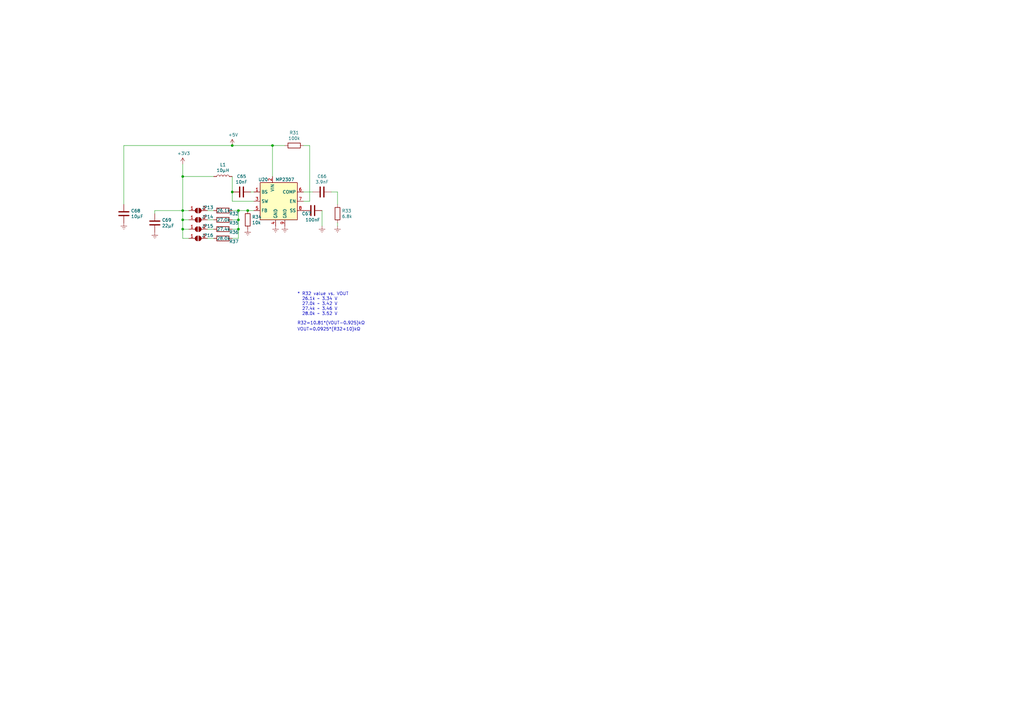
<source format=kicad_sch>
(kicad_sch (version 20230121) (generator eeschema)
  (paper "A3")
  (title_block (title "Z3660 by sHaNsHe (Double H Tech)") (date "2024-10-04") (rev "v0.22") (comment 1 "v0.21d Changed fan header to right angle and three pins") (comment 2 "v0.21e no changes in schematics") (comment 3 "v0.22 Add CPLD programing PCF8574"))
  (lib_symbols
    (symbol "Device:C" (pin_numbers hide) (pin_names (offset 0.254))
      (property "Reference" "C" (at 0.635 2.54 0))
      (property "Value" "C" (at 0.635 -2.54 0))
      (symbol "C_0_1"
        (polyline (pts (xy -2.032 -0.762) (xy 2.032 -0.762)) (stroke (width 0.508)))
        (polyline (pts (xy -2.032 0.762) (xy 2.032 0.762)) (stroke (width 0.508)))
      )
      (symbol "C_1_1"
        (pin passive line (at 0 3.81 270) (length 2.794) (name "~") (number "1"))
        (pin passive line (at 0 -3.81 90) (length 2.794) (name "~") (number "2"))
      )
    )
    (symbol "Device:L" (pin_numbers hide) (pin_names (offset 1.016) hide)
      (property "Reference" "L" (at -1.27 0 90))
      (property "Value" "L" (at 1.905 0 90))
      (symbol "L_0_1"
        (arc (start 0 -2.54) (mid 0.6323 -1.905) (end 0 -1.27))
        (arc (start 0 -1.27) (mid 0.6323 -0.635) (end 0 0))
        (arc (start 0 0) (mid 0.6323 0.635) (end 0 1.27))
        (arc (start 0 1.27) (mid 0.6323 1.905) (end 0 2.54))
      )
      (symbol "L_1_1"
        (pin passive line (at 0 3.81 270) (length 1.27) (name "1") (number "1"))
        (pin passive line (at 0 -3.81 90) (length 1.27) (name "2") (number "2"))
      )
    )
    (symbol "Device:R" (pin_numbers hide) (pin_names (offset 0))
      (property "Reference" "R" (at 2.032 0 90))
      (property "Value" "R" (at 0 0 90))
      (symbol "R_0_1"
        (rectangle (start -1.016 -2.54) (end 1.016 2.54) (stroke (width 0.254)))
      )
      (symbol "R_1_1"
        (pin passive line (at 0 3.81 270) (length 1.27) (name "~") (number "1"))
        (pin passive line (at 0 -3.81 90) (length 1.27) (name "~") (number "2"))
      )
    )
    (symbol "Jumper:SolderJumper_2_Open" (pin_names (offset 0) hide)
      (property "Reference" "JP" (at 0 2.032 0))
      (property "Value" "SolderJumper_2_Open" (at 0 -2.54 0))
      (symbol "SolderJumper_2_Open_0_1"
        (arc (start -0.254 1.016) (mid -1.2656 0) (end -0.254 -1.016))
        (arc (start -0.254 1.016) (mid -1.2656 0) (end -0.254 -1.016) (fill (type outline)))
        (polyline (pts (xy -0.254 1.016) (xy -0.254 -1.016)))
        (polyline (pts (xy 0.254 1.016) (xy 0.254 -1.016)))
        (arc (start 0.254 -1.016) (mid 1.2656 0) (end 0.254 1.016))
        (arc (start 0.254 -1.016) (mid 1.2656 0) (end 0.254 1.016) (fill (type outline)))
      )
      (symbol "SolderJumper_2_Open_1_1"
        (pin passive line (at -3.81 0 0) (length 2.54) (name "A") (number "1"))
        (pin passive line (at 3.81 0 180) (length 2.54) (name "B") (number "2"))
      )
    )
    (symbol "power:+3V3" (power) (pin_names (offset 0))
      (property "Value" "+3V3" (at 0 3.556 0))
      (symbol "+3V3_0_1"
        (polyline (pts (xy -0.762 1.27) (xy 0 2.54)))
        (polyline (pts (xy 0 0) (xy 0 2.54)))
        (polyline (pts (xy 0 2.54) (xy 0.762 1.27)))
      )
      (symbol "+3V3_1_1"
        (pin power_in line (at 0 0 90) (length 0) hide (name "+3V3") (number "1"))
      )
    )
    (symbol "power:+5V" (power) (pin_names (offset 0))
      (property "Value" "+5V" (at 0 3.556 0))
      (symbol "+5V_0_1"
        (polyline (pts (xy -0.762 1.27) (xy 0 2.54)))
        (polyline (pts (xy 0 0) (xy 0 2.54)))
        (polyline (pts (xy 0 2.54) (xy 0.762 1.27)))
      )
      (symbol "+5V_1_1"
        (pin power_in line (at 0 0 90) (length 0) hide (name "+5V") (number "1"))
      )
    )
    (symbol "power:Earth" (power) (pin_names (offset 0))
      (symbol "Earth_0_1"
        (polyline (pts (xy -0.635 -1.905) (xy 0.635 -1.905)))
        (polyline (pts (xy -0.127 -2.54) (xy 0.127 -2.54)))
        (polyline (pts (xy 0 -1.27) (xy 0 0)))
        (polyline (pts (xy 1.27 -1.27) (xy -1.27 -1.27)))
      )
      (symbol "Earth_1_1"
        (pin power_in line (at 0 0 270) (length 0) hide (name "Earth") (number "1"))
      )
    )
    (symbol "uVRM-MP2307-rescue:MP2307-uVRM-MP2307"
      (property "Reference" "U" (at -6.35 8.89 0))
      (property "Value" "uVRM-MP2307_MP2307" (at 3.81 8.89 0))
      (symbol "MP2307-uVRM-MP2307_0_0"
        (pin power_in line (at 2.54 -10.16 90) (length 2.54) (name "GND") (number "9"))
      )
      (symbol "MP2307-uVRM-MP2307_0_1"
        (rectangle (start -7.62 7.62) (end 7.62 -7.62) (stroke (width 0.254)) (fill (type background)))
      )
      (symbol "MP2307-uVRM-MP2307_1_1"
        (pin input line (at -10.16 3.81 0) (length 2.54) (name "BS") (number "1"))
        (pin power_in line (at -2.54 10.16 270) (length 2.54) (name "VIN") (number "2"))
        (pin power_out line (at -10.16 0 0) (length 2.54) (name "SW") (number "3"))
        (pin power_in line (at -1.27 -10.16 90) (length 2.54) (name "GND") (number "4"))
        (pin input line (at -10.16 -3.81 0) (length 2.54) (name "FB") (number "5"))
        (pin power_in line (at 10.16 3.81 180) (length 2.54) (name "COMP") (number "6"))
        (pin input line (at 10.16 0 180) (length 2.54) (name "EN") (number "7"))
        (pin passive line (at 10.16 -3.81 180) (length 2.54) (name "SS") (number "8"))
      )
    )
  )
  (junction (at 111.76 59.69))
  (junction (at 95.25 59.69))
  (junction (at 74.93 86.36))
  (junction (at 97.79 90.17))
  (junction (at 97.79 93.98))
  (junction (at 74.93 93.98))
  (junction (at 97.79 86.36))
  (junction (at 74.93 72.39))
  (junction (at 101.6 86.36))
  (junction (at 74.93 90.17))
  (junction (at 95.25 78.74))
  (wire (pts (xy 124.46 59.69) (xy 127 59.69)))
  (wire (pts (xy 95.25 59.69) (xy 50.8 59.69)))
  (wire (pts (xy 85.09 86.36) (xy 87.63 86.36)))
  (wire (pts (xy 135.89 78.74) (xy 138.43 78.74)))
  (wire (pts (xy 97.79 97.79) (xy 97.79 93.98)))
  (wire (pts (xy 74.93 97.79) (xy 74.93 93.98)))
  (wire (pts (xy 138.43 78.74) (xy 138.43 83.82)))
  (wire (pts (xy 95.25 78.74) (xy 95.25 72.39)))
  (wire (pts (xy 77.47 93.98) (xy 74.93 93.98)))
  (wire (pts (xy 74.93 67.31) (xy 74.93 72.39)))
  (wire (pts (xy 74.93 72.39) (xy 87.63 72.39)))
  (wire (pts (xy 124.46 78.74) (xy 128.27 78.74)))
  (wire (pts (xy 77.47 97.79) (xy 74.93 97.79)))
  (wire (pts (xy 102.87 78.74) (xy 104.14 78.74)))
  (wire (pts (xy 97.79 86.36) (xy 101.6 86.36)))
  (wire (pts (xy 50.8 83.82) (xy 50.8 59.69)))
  (wire (pts (xy 85.09 97.79) (xy 87.63 97.79)))
  (wire (pts (xy 77.47 90.17) (xy 74.93 90.17)))
  (wire (pts (xy 111.76 72.39) (xy 111.76 59.69)))
  (wire (pts (xy 95.25 97.79) (xy 97.79 97.79)))
  (wire (pts (xy 63.5 86.36) (xy 74.93 86.36)))
  (wire (pts (xy 63.5 86.36) (xy 63.5 87.63)))
  (wire (pts (xy 97.79 90.17) (xy 97.79 86.36)))
  (wire (pts (xy 111.76 59.69) (xy 116.84 59.69)))
  (wire (pts (xy 97.79 90.17) (xy 97.79 93.98)))
  (wire (pts (xy 132.08 92.71) (xy 132.08 86.36)))
  (wire (pts (xy 74.93 72.39) (xy 74.93 86.36)))
  (wire (pts (xy 74.93 90.17) (xy 74.93 86.36)))
  (wire (pts (xy 74.93 86.36) (xy 77.47 86.36)))
  (wire (pts (xy 95.25 82.55) (xy 104.14 82.55)))
  (wire (pts (xy 95.25 78.74) (xy 95.25 82.55)))
  (wire (pts (xy 127 82.55) (xy 124.46 82.55)))
  (wire (pts (xy 85.09 90.17) (xy 87.63 90.17)))
  (wire (pts (xy 95.25 90.17) (xy 97.79 90.17)))
  (wire (pts (xy 101.6 86.36) (xy 104.14 86.36)))
  (wire (pts (xy 95.25 86.36) (xy 97.79 86.36)))
  (wire (pts (xy 85.09 93.98) (xy 87.63 93.98)))
  (wire (pts (xy 127 59.69) (xy 127 82.55)))
  (wire (pts (xy 138.43 91.44) (xy 138.43 92.71)))
  (wire (pts (xy 95.25 93.98) (xy 97.79 93.98)))
  (wire (pts (xy 111.76 59.69) (xy 95.25 59.69)))
  (wire (pts (xy 74.93 93.98) (xy 74.93 90.17)))
  (text "* R32 value vs. VOUT\n  26.1k ~ 3.34 V\n  27.0k ~ 3.42 V\n  27.4k ~ 3.46 V\n  28.0k ~ 3.52 V" (at 121.92 129.54 0) (effects (font (size 1.27 1.27)) (justify left bottom)))
  (text "R32=10.81*(VOUT−0.925)kΩ" (at 121.92 133.35 0) (effects (font (size 1.27 1.27)) (justify left bottom)))
  (text "VOUT=0.0925*(R32+10)kΩ" (at 121.92 135.89 0) (effects (font (size 1.27 1.27)) (justify left bottom)))
  (symbol (lib_id "power:Earth") (at 138.43 92.71 0) (unit 1)
    (property "Reference" "#PWR070" (effects hide))
    (property "Value" "Earth" (effects hide))
    (instances (project "Z3660_v022" (path "" (reference "#PWR070") (unit 1)) (path "" (reference "#PWR0119") (unit 1))))
  )
  (symbol (lib_id "Jumper:SolderJumper_2_Open") (at 81.28 86.36 0) (unit 1)
    (property "Reference" "JP13" (at 85.09 85.09 0))
    (property "Value" "SolderJumper_2_Open" (effects hide))
    (property "Footprint" "Z3660_v02:small_SolderJumper-2_P1.3mm_Open_RoundedPad1.0x1.5mm" (effects hide))
  )
  (symbol (lib_id "Device:R") (at 91.44 97.79 270) (unit 1)
    (property "Reference" "R37" (at 93.98 99.06 90) (effects (justify left)))
    (property "Value" "28.0k" (at 88.9 97.79 90) (effects (justify left)))
    (property "Footprint" "Resistor_SMD:R_0603_1608Metric" (effects hide))
    (instances (project "Z3660_v022" (path "" (reference "R37") (unit 1))) (project "uVRM-MP2307" (path "" (reference "R1") (unit 1))))
  )
  (symbol (lib_id "Jumper:SolderJumper_2_Open") (at 81.28 93.98 0) (unit 1)
    (property "Reference" "JP15" (at 85.09 92.71 0))
    (property "Value" "SolderJumper_2_Open" (effects hide))
    (property "Footprint" "Z3660_v02:small_SolderJumper-2_P1.3mm_Open_RoundedPad1.0x1.5mm" (effects hide))
  )
  (symbol (lib_id "power:Earth") (at 50.8 91.44 0) (unit 1)
    (property "Reference" "#PWR070" (effects hide))
    (property "Value" "Earth" (effects hide))
    (instances (project "Z3660_v022" (path "" (reference "#PWR070") (unit 1)) (path "" (reference "#PWR0113") (unit 1))))
  )
  (symbol (lib_id "Device:C") (at 132.08 78.74 270) (unit 1)
    (property "Reference" "C66" (at 132.08 72.3392 90))
    (property "Value" "3.9nF" (at 132.08 74.6506 90))
    (property "Footprint" "Capacitor_SMD:C_0603_1608Metric" (effects hide))
    (instances (project "Z3660_v022" (path "" (reference "C66") (unit 1))) (project "uVRM-MP2307" (path "" (reference "C3") (unit 1))))
  )
  (symbol (lib_id "Device:R") (at 91.44 86.36 270) (unit 1)
    (property "Reference" "R32" (at 93.98 87.63 90) (effects (justify left)))
    (property "Value" "26.1k*" (at 88.9 86.36 90) (effects (justify left)))
    (property "Footprint" "Resistor_SMD:R_0603_1608Metric" (effects hide))
    (instances (project "Z3660_v022" (path "" (reference "R32") (unit 1))) (project "uVRM-MP2307" (path "" (reference "R1") (unit 1))))
  )
  (symbol (lib_id "power:+5V") (at 95.25 59.69 0) (unit 1)
    (property "Reference" "#PWR063" (effects hide))
    (property "Value" "+5V" (at 95.631 55.2958 0))
    (instances (project "Z3660_v022" (path "" (reference "#PWR063") (unit 1)) (path "" (reference "#PWR0121") (unit 1))))
  )
  (symbol (lib_id "Jumper:SolderJumper_2_Open") (at 81.28 97.79 0) (unit 1)
    (property "Reference" "JP16" (at 85.09 96.52 0))
    (property "Value" "SolderJumper_2_Open" (effects hide))
    (property "Footprint" "Z3660_v02:small_SolderJumper-2_P1.3mm_Open_RoundedPad1.0x1.5mm" (effects hide))
  )
  (symbol (lib_id "power:Earth") (at 101.6 93.98 0) (unit 1)
    (property "Reference" "#PWR070" (effects hide))
    (property "Value" "Earth" (effects hide))
    (instances (project "Z3660_v022" (path "" (reference "#PWR070") (unit 1)) (path "" (reference "#PWR0115") (unit 1))))
  )
  (symbol (lib_id "Device:C") (at 128.27 86.36 270) (unit 1)
    (property "Reference" "C67" (at 125.73 87.63 90))
    (property "Value" "100nF" (at 128.27 90.17 90))
    (property "Footprint" "Capacitor_SMD:C_0603_1608Metric" (effects hide))
    (instances (project "Z3660_v022" (path "" (reference "C67") (unit 1))) (project "uVRM-MP2307" (path "" (reference "C4") (unit 1))))
  )
  (symbol (lib_id "Device:R") (at 120.65 59.69 270) (unit 1)
    (property "Reference" "R31" (at 120.65 54.4322 90))
    (property "Value" "100k" (at 120.65 56.7436 90))
    (property "Footprint" "Resistor_SMD:R_0603_1608Metric" (effects hide))
    (instances (project "Z3660_v022" (path "" (reference "R31") (unit 1))) (project "uVRM-MP2307" (path "" (reference "R4") (unit 1))))
  )
  (symbol (lib_id "Device:C") (at 63.5 91.44 0) (unit 1)
    (property "Reference" "C69" (at 66.421 90.2716 0) (effects (justify left)))
    (property "Value" "22µF" (at 66.421 92.583 0) (effects (justify left)))
    (property "Footprint" "Capacitor_SMD:C_0805_2012Metric" (effects hide))
    (instances (project "Z3660_v022" (path "" (reference "C69") (unit 1))) (project "uVRM-MP2307" (path "" (reference "C2") (unit 1))))
  )
  (symbol (lib_id "power:Earth") (at 132.08 92.71 0) (unit 1)
    (property "Reference" "#PWR070" (effects hide))
    (property "Value" "Earth" (effects hide))
    (instances (project "Z3660_v022" (path "" (reference "#PWR070") (unit 1)) (path "" (reference "#PWR0118") (unit 1))))
  )
  (symbol (lib_id "Device:C") (at 99.06 78.74 270) (unit 1)
    (property "Reference" "C65" (at 99.06 72.3392 90))
    (property "Value" "10nF" (at 99.06 74.6506 90))
    (property "Footprint" "Capacitor_SMD:C_0603_1608Metric" (effects hide))
    (instances (project "Z3660_v022" (path "" (reference "C65") (unit 1))) (project "uVRM-MP2307" (path "" (reference "C5") (unit 1))))
  )
  (symbol (lib_id "Device:R") (at 91.44 90.17 270) (unit 1)
    (property "Reference" "R35" (at 93.98 91.44 90) (effects (justify left)))
    (property "Value" "27.0k" (at 88.9 90.17 90) (effects (justify left)))
    (property "Footprint" "Resistor_SMD:R_0603_1608Metric" (effects hide))
    (instances (project "Z3660_v022" (path "" (reference "R35") (unit 1))) (project "uVRM-MP2307" (path "" (reference "R1") (unit 1))))
  )
  (symbol (lib_id "Jumper:SolderJumper_2_Open") (at 81.28 90.17 0) (unit 1)
    (property "Reference" "JP14" (at 85.09 88.9 0))
    (property "Value" "SolderJumper_2_Open" (effects hide))
    (property "Footprint" "Z3660_v02:small_SolderJumper-2_P1.3mm_Open_RoundedPad1.0x1.5mm" (effects hide))
  )
  (symbol (lib_id "Device:C") (at 50.8 87.63 0) (unit 1)
    (property "Reference" "C68" (at 53.721 86.4616 0) (effects (justify left)))
    (property "Value" "10µF" (at 53.721 88.773 0) (effects (justify left)))
    (property "Footprint" "Capacitor_SMD:C_0805_2012Metric" (effects hide))
    (instances (project "Z3660_v022" (path "" (reference "C68") (unit 1))) (project "uVRM-MP2307" (path "" (reference "C1") (unit 1))))
  )
  (symbol (lib_id "power:Earth") (at 116.84 92.71 0) (unit 1)
    (property "Reference" "#PWR070" (effects hide))
    (property "Value" "Earth" (effects hide))
    (instances (project "Z3660_v022" (path "" (reference "#PWR070") (unit 1)) (path "" (reference "#PWR0117") (unit 1))))
  )
  (symbol (lib_id "Device:R") (at 138.43 87.63 0) (unit 1)
    (property "Reference" "R33" (at 140.208 86.4616 0) (effects (justify left)))
    (property "Value" "6.8k" (at 140.208 88.773 0) (effects (justify left)))
    (property "Footprint" "Resistor_SMD:R_0603_1608Metric" (effects hide))
    (instances (project "Z3660_v022" (path "" (reference "R33") (unit 1))) (project "uVRM-MP2307" (path "" (reference "R3") (unit 1))))
  )
  (symbol (lib_id "Device:R") (at 91.44 93.98 270) (unit 1)
    (property "Reference" "R36" (at 93.98 95.25 90) (effects (justify left)))
    (property "Value" "27.4k" (at 88.9 93.98 90) (effects (justify left)))
    (property "Footprint" "Resistor_SMD:R_0603_1608Metric" (effects hide))
    (instances (project "Z3660_v022" (path "" (reference "R36") (unit 1))) (project "uVRM-MP2307" (path "" (reference "R1") (unit 1))))
  )
  (symbol (lib_id "power:+3V3") (at 74.93 67.31 0) (unit 1)
    (property "Reference" "#PWR064" (effects hide))
    (property "Value" "+3V3" (at 75.311 62.9158 0))
    (instances (project "Z3660_v022" (path "" (reference "#PWR064") (unit 1)) (path "" (reference "#PWR0122") (unit 1))))
  )
  (symbol (lib_id "power:Earth") (at 113.03 92.71 0) (unit 1)
    (property "Reference" "#PWR070" (effects hide))
    (property "Value" "Earth" (effects hide))
    (instances (project "Z3660_v022" (path "" (reference "#PWR070") (unit 1)) (path "" (reference "#PWR0116") (unit 1))))
  )
  (symbol (lib_id "Device:L") (at 91.44 72.39 90) (unit 1)
    (property "Reference" "L1" (at 91.44 67.564 90))
    (property "Value" "10µH" (at 91.44 69.8754 90))
    (property "Footprint" "Z3660_v02:L_Bourns_SRP7028A_7.3x6.6mm" (effects hide))
  )
  (symbol (lib_id "Device:R") (at 101.6 90.17 0) (unit 1)
    (property "Reference" "R34" (at 103.378 89.0016 0) (effects (justify left)))
    (property "Value" "10k" (at 103.378 91.313 0) (effects (justify left)))
    (property "Footprint" "Resistor_SMD:R_0603_1608Metric" (effects hide))
    (instances (project "Z3660_v022" (path "" (reference "R34") (unit 1))) (project "uVRM-MP2307" (path "" (reference "R2") (unit 1))))
  )
  (symbol (lib_id "power:Earth") (at 63.5 95.25 0) (unit 1)
    (property "Reference" "#PWR070" (effects hide))
    (property "Value" "Earth" (effects hide))
    (instances (project "Z3660_v022" (path "" (reference "#PWR070") (unit 1)) (path "" (reference "#PWR0114") (unit 1))))
  )
  (symbol (lib_id "uVRM-MP2307-rescue:MP2307-uVRM-MP2307") (at 114.3 82.55 0) (unit 1)
    (property "Reference" "U20" (at 107.95 73.66 0))
    (property "Value" "MP2307" (at 116.84 73.66 0))
    (property "Footprint" "Z3660_v02:SOIC-8-1EP_3.9x4.9mm_P1.27mm_EP2.514x3.2mm" (effects hide))
    (property "Datasheet" "https://www.monolithicpower.com/en/documentview/productdocument/index/version/2/document_type/Datasheet/lang/en/sku/MP2307/document_id/503/" (effects hide))
    (instances (project "Z3660_v022" (path "" (reference "U20") (unit 1))) (project "uVRM-MP2307" (path "" (reference "U1") (unit 1))))
  )
)
</source>
